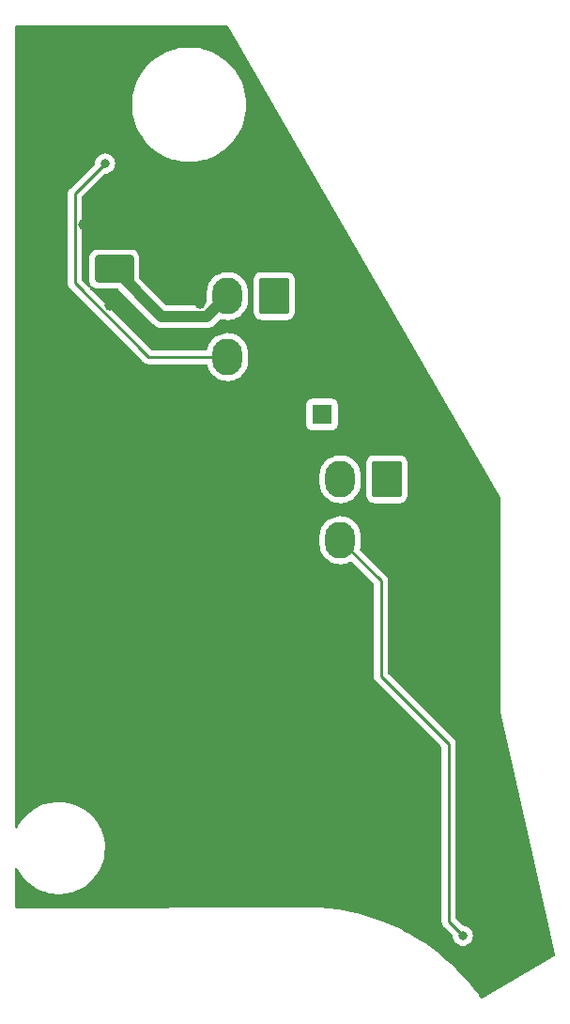
<source format=gbr>
%TF.GenerationSoftware,KiCad,Pcbnew,(6.0.9)*%
%TF.CreationDate,2022-12-26T19:48:23-09:00*%
%TF.ProjectId,PCB_ LDG WING FOLD PLACARD,5043422c-204c-4444-9720-57494e472046,rev?*%
%TF.SameCoordinates,Original*%
%TF.FileFunction,Copper,L2,Bot*%
%TF.FilePolarity,Positive*%
%FSLAX46Y46*%
G04 Gerber Fmt 4.6, Leading zero omitted, Abs format (unit mm)*
G04 Created by KiCad (PCBNEW (6.0.9)) date 2022-12-26 19:48:23*
%MOMM*%
%LPD*%
G01*
G04 APERTURE LIST*
G04 Aperture macros list*
%AMRoundRect*
0 Rectangle with rounded corners*
0 $1 Rounding radius*
0 $2 $3 $4 $5 $6 $7 $8 $9 X,Y pos of 4 corners*
0 Add a 4 corners polygon primitive as box body*
4,1,4,$2,$3,$4,$5,$6,$7,$8,$9,$2,$3,0*
0 Add four circle primitives for the rounded corners*
1,1,$1+$1,$2,$3*
1,1,$1+$1,$4,$5*
1,1,$1+$1,$6,$7*
1,1,$1+$1,$8,$9*
0 Add four rect primitives between the rounded corners*
20,1,$1+$1,$2,$3,$4,$5,0*
20,1,$1+$1,$4,$5,$6,$7,0*
20,1,$1+$1,$6,$7,$8,$9,0*
20,1,$1+$1,$8,$9,$2,$3,0*%
G04 Aperture macros list end*
%TA.AperFunction,ComponentPad*%
%ADD10RoundRect,0.250001X1.099999X1.399999X-1.099999X1.399999X-1.099999X-1.399999X1.099999X-1.399999X0*%
%TD*%
%TA.AperFunction,ComponentPad*%
%ADD11O,2.700000X3.300000*%
%TD*%
%TA.AperFunction,ComponentPad*%
%ADD12R,1.800000X1.800000*%
%TD*%
%TA.AperFunction,ComponentPad*%
%ADD13C,1.800000*%
%TD*%
%TA.AperFunction,SMDPad,CuDef*%
%ADD14RoundRect,0.250000X-1.500000X-1.000000X1.500000X-1.000000X1.500000X1.000000X-1.500000X1.000000X0*%
%TD*%
%TA.AperFunction,ViaPad*%
%ADD15C,1.000000*%
%TD*%
%TA.AperFunction,ViaPad*%
%ADD16C,0.800000*%
%TD*%
%TA.AperFunction,Conductor*%
%ADD17C,1.000000*%
%TD*%
%TA.AperFunction,Conductor*%
%ADD18C,0.250000*%
%TD*%
G04 APERTURE END LIST*
D10*
%TO.P,J2,1,Pin_1*%
%TO.N,/LED+5V*%
X181864000Y-62738000D03*
D11*
%TO.P,J2,2,Pin_2*%
X177664000Y-62738000D03*
%TO.P,J2,3,Pin_3*%
%TO.N,/LEDGND*%
X181864000Y-68238000D03*
%TO.P,J2,4,Pin_4*%
%TO.N,/DATAOUT*%
X177664000Y-68238000D03*
%TD*%
D10*
%TO.P,J1,1,Pin_1*%
%TO.N,/LED+5V*%
X171704000Y-46228000D03*
D11*
%TO.P,J1,2,Pin_2*%
X167504000Y-46228000D03*
%TO.P,J1,3,Pin_3*%
%TO.N,/LEDGND*%
X171704000Y-51728000D03*
%TO.P,J1,4,Pin_4*%
%TO.N,/DATAIN*%
X167504000Y-51728000D03*
%TD*%
D12*
%TO.P,D1,1,K*%
%TO.N,Net-(D1-Pad1)*%
X176022000Y-56896000D03*
D13*
%TO.P,D1,2,A*%
%TO.N,/LEDGND*%
X178562000Y-56896000D03*
%TD*%
D14*
%TO.P,C1,1*%
%TO.N,/LED+5V*%
X157275000Y-43800000D03*
%TO.P,C1,2*%
%TO.N,/LEDGND*%
X163775000Y-43800000D03*
%TD*%
D15*
%TO.N,/LEDGND*%
X157020000Y-53730000D03*
X164280000Y-53830000D03*
X164460000Y-61180000D03*
X157210000Y-61110000D03*
X154545000Y-39775000D03*
X162190000Y-39730000D03*
X170140000Y-60020000D03*
X153870000Y-79060000D03*
X157300000Y-69750000D03*
X161800000Y-78960000D03*
X158800000Y-87980000D03*
X178050000Y-78820000D03*
X186725000Y-77045000D03*
X170110000Y-79060000D03*
X165550000Y-69050000D03*
X164980000Y-46910000D03*
X184050000Y-88200000D03*
X169570000Y-39750000D03*
X173760000Y-68850000D03*
X194070000Y-105350000D03*
X156930000Y-47050000D03*
X178480000Y-98580000D03*
X166760000Y-87900000D03*
X175540000Y-87960000D03*
D16*
%TO.N,/DATAIN*%
X156464000Y-34290000D03*
%TO.N,/DATAOUT*%
X188722000Y-103886000D03*
%TD*%
D17*
%TO.N,/LED+5V*%
X157275000Y-43800000D02*
X161585001Y-48110001D01*
X161585001Y-48110001D02*
X165621999Y-48110001D01*
X165621999Y-48110001D02*
X167504000Y-46228000D01*
D18*
%TO.N,/DATAIN*%
X156464000Y-34290000D02*
X156464000Y-34290000D01*
X160386998Y-51728000D02*
X167504000Y-51728000D01*
X153719999Y-37034001D02*
X153719999Y-45061001D01*
X156464000Y-34290000D02*
X153719999Y-37034001D01*
X153719999Y-45061001D02*
X160386998Y-51728000D01*
%TO.N,/DATAOUT*%
X188722000Y-103886000D02*
X188722000Y-103886000D01*
X187452000Y-86614000D02*
X187452000Y-102616000D01*
X181325000Y-80487000D02*
X187452000Y-86614000D01*
X181325000Y-71899000D02*
X177664000Y-68238000D01*
X187452000Y-102616000D02*
X188722000Y-103886000D01*
X181325000Y-80487000D02*
X181325000Y-71899000D01*
%TD*%
%TA.AperFunction,Conductor*%
%TO.N,/LEDGND*%
G36*
X167551265Y-21893049D02*
G01*
X167592263Y-21936047D01*
X174611545Y-34093794D01*
X192044396Y-64288364D01*
X192089105Y-64365803D01*
X192105986Y-64428803D01*
X192105986Y-83524691D01*
X192104574Y-83537558D01*
X192104893Y-83537582D01*
X192104208Y-83546525D01*
X192102259Y-83555292D01*
X192102849Y-83564251D01*
X192105714Y-83607752D01*
X192105986Y-83616032D01*
X192105986Y-83631051D01*
X192106621Y-83635488D01*
X192106622Y-83635498D01*
X192107641Y-83642613D01*
X192108640Y-83652185D01*
X192109614Y-83666968D01*
X192110679Y-83671723D01*
X192112745Y-83680953D01*
X192114517Y-83690618D01*
X192121406Y-83738725D01*
X192125119Y-83746891D01*
X192126384Y-83751217D01*
X192132674Y-83769972D01*
X195053181Y-96815625D01*
X197014630Y-105577252D01*
X197009992Y-105648097D01*
X196967790Y-105705188D01*
X196955398Y-105713475D01*
X190559027Y-109463071D01*
X190497078Y-109499386D01*
X190428195Y-109516580D01*
X190360951Y-109493804D01*
X190330224Y-109463071D01*
X190186255Y-109257947D01*
X190186252Y-109257943D01*
X190185473Y-109256833D01*
X189669107Y-108584996D01*
X189124133Y-107936149D01*
X188678509Y-107449991D01*
X188552501Y-107312522D01*
X188552494Y-107312515D01*
X188551574Y-107311511D01*
X188550628Y-107310564D01*
X188550612Y-107310548D01*
X188147335Y-106907146D01*
X187952502Y-106712252D01*
X187951508Y-106711340D01*
X187951491Y-106711324D01*
X187329055Y-106140426D01*
X187329052Y-106140423D01*
X187328042Y-106139497D01*
X186679366Y-105594321D01*
X186007691Y-105077746D01*
X186006572Y-105076960D01*
X186006561Y-105076952D01*
X185315405Y-104591534D01*
X185314276Y-104590741D01*
X185025388Y-104405992D01*
X184601552Y-104134942D01*
X184601531Y-104134929D01*
X184600422Y-104134220D01*
X184183842Y-103892565D01*
X183868634Y-103709715D01*
X183868626Y-103709711D01*
X183867470Y-103709040D01*
X183507812Y-103520729D01*
X183118020Y-103316640D01*
X183118004Y-103316632D01*
X183116793Y-103315998D01*
X182349800Y-102955831D01*
X182313328Y-102940595D01*
X182125142Y-102861983D01*
X181567931Y-102629215D01*
X181566688Y-102628758D01*
X181566673Y-102628752D01*
X180773906Y-102337225D01*
X180773886Y-102337218D01*
X180772651Y-102336764D01*
X179965453Y-102079025D01*
X179964143Y-102078668D01*
X179964128Y-102078664D01*
X179487899Y-101949040D01*
X179147851Y-101856482D01*
X179134192Y-101853393D01*
X178322716Y-101669855D01*
X178322699Y-101669851D01*
X178321379Y-101669553D01*
X178320026Y-101669308D01*
X178320021Y-101669307D01*
X177996461Y-101610724D01*
X177487588Y-101518588D01*
X176648042Y-101403870D01*
X176646724Y-101403748D01*
X176646700Y-101403745D01*
X175826619Y-101327684D01*
X175820559Y-101326914D01*
X175816871Y-101326021D01*
X175812030Y-101325618D01*
X175812029Y-101325618D01*
X175811339Y-101325561D01*
X175804361Y-101324980D01*
X175799510Y-101325327D01*
X175799506Y-101325327D01*
X175753019Y-101328653D01*
X175744318Y-101328974D01*
X148462790Y-101391794D01*
X148394624Y-101371949D01*
X148348007Y-101318400D01*
X148336500Y-101265794D01*
X148336500Y-97884924D01*
X148356502Y-97816803D01*
X148410158Y-97770310D01*
X148480432Y-97760206D01*
X148545012Y-97789700D01*
X148576880Y-97832073D01*
X148608032Y-97899493D01*
X148608037Y-97899503D01*
X148609325Y-97902290D01*
X148814770Y-98252463D01*
X149053405Y-98580916D01*
X149322953Y-98884516D01*
X149325198Y-98886595D01*
X149325205Y-98886602D01*
X149618588Y-99158277D01*
X149620841Y-99160363D01*
X149944225Y-99405824D01*
X149946847Y-99407437D01*
X150287392Y-99616943D01*
X150287400Y-99616947D01*
X150290018Y-99618558D01*
X150654920Y-99796532D01*
X151035448Y-99938050D01*
X151427970Y-100041758D01*
X151828738Y-100106669D01*
X151831811Y-100106862D01*
X151831817Y-100106863D01*
X151977055Y-100116000D01*
X152160812Y-100127561D01*
X152394280Y-100127561D01*
X152395806Y-100127486D01*
X152395821Y-100127486D01*
X152561011Y-100119406D01*
X152697454Y-100112733D01*
X153099090Y-100053425D01*
X153102086Y-100052678D01*
X153102091Y-100052677D01*
X153228470Y-100021167D01*
X153493021Y-99955207D01*
X153495929Y-99954171D01*
X153495934Y-99954170D01*
X153679222Y-99888904D01*
X153875488Y-99819017D01*
X154242839Y-99646154D01*
X154245480Y-99644580D01*
X154245485Y-99644577D01*
X154422336Y-99539152D01*
X154591569Y-99438269D01*
X154918349Y-99197347D01*
X154920632Y-99195291D01*
X154920641Y-99195284D01*
X155217762Y-98927755D01*
X155217770Y-98927747D01*
X155220059Y-98925686D01*
X155493820Y-98625880D01*
X155737018Y-98300790D01*
X155767894Y-98249807D01*
X155945741Y-97956148D01*
X155945746Y-97956139D01*
X155947332Y-97953520D01*
X156122755Y-97587384D01*
X156142280Y-97533741D01*
X156260557Y-97208776D01*
X156260558Y-97208773D01*
X156261612Y-97205877D01*
X156362578Y-96812641D01*
X156424689Y-96411430D01*
X156447352Y-96006072D01*
X156430351Y-95600437D01*
X156373848Y-95198397D01*
X156278382Y-94803790D01*
X156144865Y-94420381D01*
X156112066Y-94349399D01*
X155975864Y-94054629D01*
X155975859Y-94054619D01*
X155974571Y-94051832D01*
X155769126Y-93701659D01*
X155530491Y-93373206D01*
X155260943Y-93069606D01*
X155258698Y-93067527D01*
X155258691Y-93067520D01*
X154965308Y-92795845D01*
X154965305Y-92795842D01*
X154963055Y-92793759D01*
X154639671Y-92548298D01*
X154584364Y-92514273D01*
X154296504Y-92337179D01*
X154296496Y-92337175D01*
X154293878Y-92335564D01*
X153928976Y-92157590D01*
X153548448Y-92016072D01*
X153155926Y-91912364D01*
X152755158Y-91847453D01*
X152752085Y-91847260D01*
X152752079Y-91847259D01*
X152606841Y-91838122D01*
X152423084Y-91826561D01*
X152189616Y-91826561D01*
X152188090Y-91826636D01*
X152188075Y-91826636D01*
X152022885Y-91834716D01*
X151886442Y-91841389D01*
X151484806Y-91900697D01*
X151481810Y-91901444D01*
X151481805Y-91901445D01*
X151355426Y-91932955D01*
X151090875Y-91998915D01*
X151087967Y-91999951D01*
X151087962Y-91999952D01*
X150904674Y-92065218D01*
X150708408Y-92135105D01*
X150341057Y-92307968D01*
X150338416Y-92309542D01*
X150338411Y-92309545D01*
X150294764Y-92335564D01*
X149992327Y-92515853D01*
X149665547Y-92756775D01*
X149663264Y-92758831D01*
X149663255Y-92758838D01*
X149366134Y-93026367D01*
X149366126Y-93026375D01*
X149363837Y-93028436D01*
X149090076Y-93328242D01*
X148846878Y-93653332D01*
X148845281Y-93655969D01*
X148638155Y-93997974D01*
X148638150Y-93997983D01*
X148636564Y-94000602D01*
X148635238Y-94003370D01*
X148576131Y-94126735D01*
X148528658Y-94179526D01*
X148460181Y-94198271D01*
X148392440Y-94177018D01*
X148346942Y-94122516D01*
X148336500Y-94072292D01*
X148336500Y-68606512D01*
X175805500Y-68606512D01*
X175820047Y-68807004D01*
X175821031Y-68811459D01*
X175821031Y-68811462D01*
X175859196Y-68984322D01*
X175878194Y-69070372D01*
X175973750Y-69322588D01*
X176104714Y-69558368D01*
X176268343Y-69772773D01*
X176461208Y-69961312D01*
X176679270Y-70120034D01*
X176733273Y-70148446D01*
X176913921Y-70243490D01*
X176913927Y-70243493D01*
X176917961Y-70245615D01*
X176922266Y-70247135D01*
X176922270Y-70247137D01*
X177167967Y-70333902D01*
X177172280Y-70335425D01*
X177300032Y-70360605D01*
X177432428Y-70386700D01*
X177432434Y-70386701D01*
X177436900Y-70387581D01*
X177441453Y-70387808D01*
X177441456Y-70387808D01*
X177701708Y-70400764D01*
X177701714Y-70400764D01*
X177706277Y-70400991D01*
X177974769Y-70375375D01*
X177979203Y-70374290D01*
X177979209Y-70374289D01*
X178232312Y-70312355D01*
X178236750Y-70311269D01*
X178486733Y-70210015D01*
X178562580Y-70165605D01*
X178631471Y-70148446D01*
X178698704Y-70171257D01*
X178715339Y-70185243D01*
X180654595Y-72124500D01*
X180688621Y-72186812D01*
X180691500Y-72213595D01*
X180691500Y-80408233D01*
X180690973Y-80419416D01*
X180689298Y-80426909D01*
X180689547Y-80434835D01*
X180689547Y-80434836D01*
X180691438Y-80494986D01*
X180691500Y-80498945D01*
X180691500Y-80526856D01*
X180691997Y-80530790D01*
X180691997Y-80530791D01*
X180692005Y-80530856D01*
X180692938Y-80542693D01*
X180694327Y-80586889D01*
X180699978Y-80606339D01*
X180703987Y-80625700D01*
X180706526Y-80645797D01*
X180709445Y-80653168D01*
X180709445Y-80653170D01*
X180722804Y-80686912D01*
X180726649Y-80698142D01*
X180738982Y-80740593D01*
X180743015Y-80747412D01*
X180743017Y-80747417D01*
X180749293Y-80758028D01*
X180757988Y-80775776D01*
X180765448Y-80794617D01*
X180770110Y-80801033D01*
X180770110Y-80801034D01*
X180791436Y-80830387D01*
X180797952Y-80840307D01*
X180820458Y-80878362D01*
X180834779Y-80892683D01*
X180847619Y-80907716D01*
X180859528Y-80924107D01*
X180865634Y-80929158D01*
X180893605Y-80952298D01*
X180902384Y-80960288D01*
X186781595Y-86839499D01*
X186815621Y-86901811D01*
X186818500Y-86928594D01*
X186818500Y-102537233D01*
X186817973Y-102548416D01*
X186816298Y-102555909D01*
X186816547Y-102563835D01*
X186816547Y-102563836D01*
X186818438Y-102623986D01*
X186818500Y-102627945D01*
X186818500Y-102655856D01*
X186818997Y-102659790D01*
X186818997Y-102659791D01*
X186819005Y-102659856D01*
X186819938Y-102671693D01*
X186821327Y-102715889D01*
X186826978Y-102735339D01*
X186830987Y-102754700D01*
X186833526Y-102774797D01*
X186836445Y-102782168D01*
X186836445Y-102782170D01*
X186849804Y-102815912D01*
X186853649Y-102827142D01*
X186865982Y-102869593D01*
X186870015Y-102876412D01*
X186870017Y-102876417D01*
X186876293Y-102887028D01*
X186884988Y-102904776D01*
X186892448Y-102923617D01*
X186897110Y-102930033D01*
X186897110Y-102930034D01*
X186918436Y-102959387D01*
X186924952Y-102969307D01*
X186947458Y-103007362D01*
X186961779Y-103021683D01*
X186974619Y-103036716D01*
X186986528Y-103053107D01*
X187020605Y-103081298D01*
X187029384Y-103089288D01*
X187774878Y-103834782D01*
X187808904Y-103897094D01*
X187811092Y-103910703D01*
X187828458Y-104075928D01*
X187887473Y-104257556D01*
X187982960Y-104422944D01*
X188110747Y-104564866D01*
X188265248Y-104677118D01*
X188271276Y-104679802D01*
X188271278Y-104679803D01*
X188433681Y-104752109D01*
X188439712Y-104754794D01*
X188533112Y-104774647D01*
X188620056Y-104793128D01*
X188620061Y-104793128D01*
X188626513Y-104794500D01*
X188817487Y-104794500D01*
X188823939Y-104793128D01*
X188823944Y-104793128D01*
X188910888Y-104774647D01*
X189004288Y-104754794D01*
X189010319Y-104752109D01*
X189172722Y-104679803D01*
X189172724Y-104679802D01*
X189178752Y-104677118D01*
X189333253Y-104564866D01*
X189461040Y-104422944D01*
X189556527Y-104257556D01*
X189615542Y-104075928D01*
X189635504Y-103886000D01*
X189615542Y-103696072D01*
X189556527Y-103514444D01*
X189461040Y-103349056D01*
X189431275Y-103315998D01*
X189337675Y-103212045D01*
X189337674Y-103212044D01*
X189333253Y-103207134D01*
X189178752Y-103094882D01*
X189172724Y-103092198D01*
X189172722Y-103092197D01*
X189010319Y-103019891D01*
X189010318Y-103019891D01*
X189004288Y-103017206D01*
X188910887Y-102997353D01*
X188823944Y-102978872D01*
X188823939Y-102978872D01*
X188817487Y-102977500D01*
X188761595Y-102977500D01*
X188693474Y-102957498D01*
X188672500Y-102940595D01*
X188122405Y-102390500D01*
X188088379Y-102328188D01*
X188085500Y-102301405D01*
X188085500Y-86692763D01*
X188086027Y-86681579D01*
X188087701Y-86674091D01*
X188085562Y-86606032D01*
X188085500Y-86602075D01*
X188085500Y-86574144D01*
X188084994Y-86570138D01*
X188084061Y-86558292D01*
X188082922Y-86522037D01*
X188082673Y-86514110D01*
X188077022Y-86494658D01*
X188073014Y-86475306D01*
X188071468Y-86463068D01*
X188071467Y-86463066D01*
X188070474Y-86455203D01*
X188054194Y-86414086D01*
X188050359Y-86402885D01*
X188038018Y-86360406D01*
X188033985Y-86353587D01*
X188033983Y-86353582D01*
X188027707Y-86342971D01*
X188019010Y-86325221D01*
X188011552Y-86306383D01*
X187985571Y-86270623D01*
X187979053Y-86260701D01*
X187960578Y-86229460D01*
X187960574Y-86229455D01*
X187956542Y-86222637D01*
X187942218Y-86208313D01*
X187929376Y-86193278D01*
X187917472Y-86176893D01*
X187883406Y-86148711D01*
X187874627Y-86140722D01*
X181995405Y-80261500D01*
X181961379Y-80199188D01*
X181958500Y-80172405D01*
X181958500Y-71977767D01*
X181959027Y-71966584D01*
X181960702Y-71959091D01*
X181958562Y-71891000D01*
X181958500Y-71887043D01*
X181958500Y-71859144D01*
X181957996Y-71855153D01*
X181957063Y-71843311D01*
X181955923Y-71807036D01*
X181955674Y-71799111D01*
X181953462Y-71791497D01*
X181953461Y-71791492D01*
X181950023Y-71779659D01*
X181946012Y-71760295D01*
X181944467Y-71748064D01*
X181943474Y-71740203D01*
X181940557Y-71732836D01*
X181940556Y-71732831D01*
X181927198Y-71699092D01*
X181923354Y-71687865D01*
X181913230Y-71653022D01*
X181911018Y-71645407D01*
X181900707Y-71627972D01*
X181892012Y-71610224D01*
X181884552Y-71591383D01*
X181858564Y-71555613D01*
X181852048Y-71545693D01*
X181833580Y-71514465D01*
X181833578Y-71514462D01*
X181829542Y-71507638D01*
X181815221Y-71493317D01*
X181802380Y-71478283D01*
X181795131Y-71468306D01*
X181790472Y-71461893D01*
X181756395Y-71433702D01*
X181747616Y-71425712D01*
X179487030Y-69165125D01*
X179453004Y-69102813D01*
X179456394Y-69036780D01*
X179459317Y-69027863D01*
X179472118Y-68988814D01*
X179472898Y-68984322D01*
X179517601Y-68726860D01*
X179517602Y-68726852D01*
X179518257Y-68723079D01*
X179522500Y-68637851D01*
X179522500Y-67869488D01*
X179507953Y-67668996D01*
X179506969Y-67664538D01*
X179450791Y-67410088D01*
X179450790Y-67410084D01*
X179449806Y-67405628D01*
X179402028Y-67279520D01*
X179355868Y-67157682D01*
X179355867Y-67157679D01*
X179354250Y-67153412D01*
X179223286Y-66917632D01*
X179141472Y-66810430D01*
X179062429Y-66706859D01*
X179062428Y-66706858D01*
X179059657Y-66703227D01*
X178866792Y-66514688D01*
X178648730Y-66355966D01*
X178548969Y-66303479D01*
X178414079Y-66232510D01*
X178414073Y-66232507D01*
X178410039Y-66230385D01*
X178405734Y-66228865D01*
X178405730Y-66228863D01*
X178160033Y-66142098D01*
X178160032Y-66142098D01*
X178155720Y-66140575D01*
X178027968Y-66115395D01*
X177895572Y-66089300D01*
X177895566Y-66089299D01*
X177891100Y-66088419D01*
X177886547Y-66088192D01*
X177886544Y-66088192D01*
X177626292Y-66075236D01*
X177626286Y-66075236D01*
X177621723Y-66075009D01*
X177353231Y-66100625D01*
X177348797Y-66101710D01*
X177348791Y-66101711D01*
X177095688Y-66163645D01*
X177091250Y-66164731D01*
X176841267Y-66265985D01*
X176608518Y-66402265D01*
X176397881Y-66570716D01*
X176213766Y-66767809D01*
X176060032Y-66989416D01*
X175939899Y-67230894D01*
X175855882Y-67487186D01*
X175855102Y-67491677D01*
X175855102Y-67491678D01*
X175823525Y-67673547D01*
X175809743Y-67752921D01*
X175805500Y-67838149D01*
X175805500Y-68606512D01*
X148336500Y-68606512D01*
X148336500Y-63106512D01*
X175805500Y-63106512D01*
X175820047Y-63307004D01*
X175821031Y-63311459D01*
X175821031Y-63311462D01*
X175859196Y-63484322D01*
X175878194Y-63570372D01*
X175879812Y-63574642D01*
X175945944Y-63749194D01*
X175973750Y-63822588D01*
X175975967Y-63826579D01*
X176086874Y-64026249D01*
X176104714Y-64058368D01*
X176169476Y-64143227D01*
X176221608Y-64211535D01*
X176268343Y-64272773D01*
X176271609Y-64275966D01*
X176271611Y-64275968D01*
X176363508Y-64365803D01*
X176461208Y-64461312D01*
X176679270Y-64620034D01*
X176779031Y-64672521D01*
X176913921Y-64743490D01*
X176913927Y-64743493D01*
X176917961Y-64745615D01*
X176922266Y-64747135D01*
X176922270Y-64747137D01*
X177155643Y-64829550D01*
X177172280Y-64835425D01*
X177300032Y-64860605D01*
X177432428Y-64886700D01*
X177432434Y-64886701D01*
X177436900Y-64887581D01*
X177441453Y-64887808D01*
X177441456Y-64887808D01*
X177701708Y-64900764D01*
X177701714Y-64900764D01*
X177706277Y-64900991D01*
X177974769Y-64875375D01*
X177979203Y-64874290D01*
X177979209Y-64874289D01*
X178232312Y-64812355D01*
X178236750Y-64811269D01*
X178486733Y-64710015D01*
X178719482Y-64573735D01*
X178930119Y-64405284D01*
X179114234Y-64208191D01*
X179127963Y-64188400D01*
X180005500Y-64188400D01*
X180005837Y-64191646D01*
X180005837Y-64191650D01*
X180013878Y-64269141D01*
X180016474Y-64294165D01*
X180072450Y-64461945D01*
X180165522Y-64612348D01*
X180290697Y-64737305D01*
X180296927Y-64741145D01*
X180296928Y-64741146D01*
X180434090Y-64825694D01*
X180441262Y-64830115D01*
X180521005Y-64856564D01*
X180602611Y-64883632D01*
X180602613Y-64883632D01*
X180609139Y-64885797D01*
X180615975Y-64886497D01*
X180615978Y-64886498D01*
X180659031Y-64890909D01*
X180713600Y-64896500D01*
X183014400Y-64896500D01*
X183017646Y-64896163D01*
X183017650Y-64896163D01*
X183113307Y-64886238D01*
X183113311Y-64886237D01*
X183120165Y-64885526D01*
X183126701Y-64883345D01*
X183126703Y-64883345D01*
X183267689Y-64836308D01*
X183287945Y-64829550D01*
X183438348Y-64736478D01*
X183563305Y-64611303D01*
X183567146Y-64605072D01*
X183652275Y-64466968D01*
X183652276Y-64466966D01*
X183656115Y-64460738D01*
X183711797Y-64292861D01*
X183714228Y-64269141D01*
X183719029Y-64222278D01*
X183722500Y-64188400D01*
X183722500Y-61287600D01*
X183720100Y-61264465D01*
X183712238Y-61188693D01*
X183712237Y-61188689D01*
X183711526Y-61181835D01*
X183655550Y-61014055D01*
X183562478Y-60863652D01*
X183437303Y-60738695D01*
X183421353Y-60728863D01*
X183292968Y-60649725D01*
X183292966Y-60649724D01*
X183286738Y-60645885D01*
X183150283Y-60600625D01*
X183125389Y-60592368D01*
X183125387Y-60592368D01*
X183118861Y-60590203D01*
X183112025Y-60589503D01*
X183112022Y-60589502D01*
X183068969Y-60585091D01*
X183014400Y-60579500D01*
X180713600Y-60579500D01*
X180710354Y-60579837D01*
X180710350Y-60579837D01*
X180614693Y-60589762D01*
X180614689Y-60589763D01*
X180607835Y-60590474D01*
X180601299Y-60592655D01*
X180601297Y-60592655D01*
X180469195Y-60636728D01*
X180440055Y-60646450D01*
X180289652Y-60739522D01*
X180164695Y-60864697D01*
X180160855Y-60870927D01*
X180160854Y-60870928D01*
X180141538Y-60902265D01*
X180071885Y-61015262D01*
X180016203Y-61183139D01*
X180015503Y-61189975D01*
X180015502Y-61189978D01*
X180011091Y-61233031D01*
X180005500Y-61287600D01*
X180005500Y-64188400D01*
X179127963Y-64188400D01*
X179267968Y-63986584D01*
X179388101Y-63745106D01*
X179472118Y-63488814D01*
X179472898Y-63484322D01*
X179517601Y-63226860D01*
X179517602Y-63226852D01*
X179518257Y-63223079D01*
X179522500Y-63137851D01*
X179522500Y-62369488D01*
X179507953Y-62168996D01*
X179506969Y-62164538D01*
X179450791Y-61910088D01*
X179450790Y-61910084D01*
X179449806Y-61905628D01*
X179402028Y-61779520D01*
X179355868Y-61657682D01*
X179355867Y-61657679D01*
X179354250Y-61653412D01*
X179223286Y-61417632D01*
X179121568Y-61284350D01*
X179062429Y-61206859D01*
X179062428Y-61206858D01*
X179059657Y-61203227D01*
X179032431Y-61176611D01*
X178927523Y-61074057D01*
X178866792Y-61014688D01*
X178648730Y-60855966D01*
X178548969Y-60803479D01*
X178414079Y-60732510D01*
X178414073Y-60732507D01*
X178410039Y-60730385D01*
X178405734Y-60728865D01*
X178405730Y-60728863D01*
X178160033Y-60642098D01*
X178160032Y-60642098D01*
X178155720Y-60640575D01*
X178027968Y-60615395D01*
X177895572Y-60589300D01*
X177895566Y-60589299D01*
X177891100Y-60588419D01*
X177886547Y-60588192D01*
X177886544Y-60588192D01*
X177626292Y-60575236D01*
X177626286Y-60575236D01*
X177621723Y-60575009D01*
X177353231Y-60600625D01*
X177348797Y-60601710D01*
X177348791Y-60601711D01*
X177150200Y-60650306D01*
X177091250Y-60664731D01*
X176841267Y-60765985D01*
X176608518Y-60902265D01*
X176397881Y-61070716D01*
X176213766Y-61267809D01*
X176060032Y-61489416D01*
X175939899Y-61730894D01*
X175855882Y-61987186D01*
X175855102Y-61991677D01*
X175855102Y-61991678D01*
X175823525Y-62173547D01*
X175809743Y-62252921D01*
X175805500Y-62338149D01*
X175805500Y-63106512D01*
X148336500Y-63106512D01*
X148336500Y-57844134D01*
X174613500Y-57844134D01*
X174620255Y-57906316D01*
X174671385Y-58042705D01*
X174758739Y-58159261D01*
X174875295Y-58246615D01*
X175011684Y-58297745D01*
X175073866Y-58304500D01*
X176970134Y-58304500D01*
X177032316Y-58297745D01*
X177168705Y-58246615D01*
X177285261Y-58159261D01*
X177372615Y-58042705D01*
X177423745Y-57906316D01*
X177430500Y-57844134D01*
X177430500Y-55947866D01*
X177423745Y-55885684D01*
X177372615Y-55749295D01*
X177285261Y-55632739D01*
X177168705Y-55545385D01*
X177032316Y-55494255D01*
X176970134Y-55487500D01*
X175073866Y-55487500D01*
X175011684Y-55494255D01*
X174875295Y-55545385D01*
X174758739Y-55632739D01*
X174671385Y-55749295D01*
X174620255Y-55885684D01*
X174613500Y-55947866D01*
X174613500Y-57844134D01*
X148336500Y-57844134D01*
X148336500Y-37013944D01*
X153081779Y-37013944D01*
X153082525Y-37021836D01*
X153085940Y-37057962D01*
X153086499Y-37069820D01*
X153086499Y-44982234D01*
X153085972Y-44993417D01*
X153084297Y-45000910D01*
X153084546Y-45008836D01*
X153084546Y-45008837D01*
X153086437Y-45068987D01*
X153086499Y-45072946D01*
X153086499Y-45100857D01*
X153086996Y-45104791D01*
X153086996Y-45104792D01*
X153087004Y-45104857D01*
X153087937Y-45116694D01*
X153089326Y-45160890D01*
X153094977Y-45180340D01*
X153098986Y-45199701D01*
X153101525Y-45219798D01*
X153104444Y-45227169D01*
X153104444Y-45227171D01*
X153117803Y-45260913D01*
X153121648Y-45272143D01*
X153133981Y-45314594D01*
X153138014Y-45321413D01*
X153138016Y-45321418D01*
X153144292Y-45332029D01*
X153152987Y-45349777D01*
X153160447Y-45368618D01*
X153165109Y-45375034D01*
X153165109Y-45375035D01*
X153186435Y-45404388D01*
X153192951Y-45414308D01*
X153215457Y-45452363D01*
X153229778Y-45466684D01*
X153242618Y-45481717D01*
X153254527Y-45498108D01*
X153260633Y-45503159D01*
X153288604Y-45526299D01*
X153297383Y-45534289D01*
X159883341Y-52120247D01*
X159890885Y-52128537D01*
X159894998Y-52135018D01*
X159900775Y-52140443D01*
X159944665Y-52181658D01*
X159947507Y-52184413D01*
X159967228Y-52204134D01*
X159970423Y-52206612D01*
X159979445Y-52214318D01*
X160011677Y-52244586D01*
X160018626Y-52248406D01*
X160029430Y-52254346D01*
X160045954Y-52265199D01*
X160061957Y-52277613D01*
X160102541Y-52295176D01*
X160113171Y-52300383D01*
X160151938Y-52321695D01*
X160159615Y-52323666D01*
X160159620Y-52323668D01*
X160171556Y-52326732D01*
X160190264Y-52333137D01*
X160208853Y-52341181D01*
X160216678Y-52342420D01*
X160216680Y-52342421D01*
X160252517Y-52348097D01*
X160264138Y-52350504D01*
X160299287Y-52359528D01*
X160306968Y-52361500D01*
X160327229Y-52361500D01*
X160346938Y-52363051D01*
X160366941Y-52366219D01*
X160374833Y-52365473D01*
X160380060Y-52364979D01*
X160410952Y-52362059D01*
X160422809Y-52361500D01*
X165573071Y-52361500D01*
X165641192Y-52381502D01*
X165687685Y-52435158D01*
X165696108Y-52460336D01*
X165718194Y-52560372D01*
X165719812Y-52564642D01*
X165785944Y-52739194D01*
X165813750Y-52812588D01*
X165944714Y-53048368D01*
X165947486Y-53052000D01*
X166061608Y-53201535D01*
X166108343Y-53262773D01*
X166301208Y-53451312D01*
X166519270Y-53610034D01*
X166619031Y-53662521D01*
X166753921Y-53733490D01*
X166753927Y-53733493D01*
X166757961Y-53735615D01*
X166762266Y-53737135D01*
X166762270Y-53737137D01*
X167007967Y-53823902D01*
X167012280Y-53825425D01*
X167140032Y-53850605D01*
X167272428Y-53876700D01*
X167272434Y-53876701D01*
X167276900Y-53877581D01*
X167281453Y-53877808D01*
X167281456Y-53877808D01*
X167541708Y-53890764D01*
X167541714Y-53890764D01*
X167546277Y-53890991D01*
X167814769Y-53865375D01*
X167819203Y-53864290D01*
X167819209Y-53864289D01*
X168072312Y-53802355D01*
X168076750Y-53801269D01*
X168326733Y-53700015D01*
X168559482Y-53563735D01*
X168770119Y-53395284D01*
X168954234Y-53198191D01*
X169107968Y-52976584D01*
X169228101Y-52735106D01*
X169312118Y-52478814D01*
X169332487Y-52361500D01*
X169357601Y-52216860D01*
X169357602Y-52216852D01*
X169358257Y-52213079D01*
X169362500Y-52127851D01*
X169362500Y-51359488D01*
X169347953Y-51158996D01*
X169346969Y-51154538D01*
X169290791Y-50900088D01*
X169290790Y-50900084D01*
X169289806Y-50895628D01*
X169242028Y-50769520D01*
X169195868Y-50647682D01*
X169195867Y-50647679D01*
X169194250Y-50643412D01*
X169063286Y-50407632D01*
X168981472Y-50300430D01*
X168902429Y-50196859D01*
X168902428Y-50196858D01*
X168899657Y-50193227D01*
X168706792Y-50004688D01*
X168488730Y-49845966D01*
X168388969Y-49793479D01*
X168254079Y-49722510D01*
X168254073Y-49722507D01*
X168250039Y-49720385D01*
X168245734Y-49718865D01*
X168245730Y-49718863D01*
X168000033Y-49632098D01*
X168000032Y-49632098D01*
X167995720Y-49630575D01*
X167867968Y-49605395D01*
X167735572Y-49579300D01*
X167735566Y-49579299D01*
X167731100Y-49578419D01*
X167726547Y-49578192D01*
X167726544Y-49578192D01*
X167466292Y-49565236D01*
X167466286Y-49565236D01*
X167461723Y-49565009D01*
X167193231Y-49590625D01*
X167188797Y-49591710D01*
X167188791Y-49591711D01*
X166935688Y-49653645D01*
X166931250Y-49654731D01*
X166681267Y-49755985D01*
X166448518Y-49892265D01*
X166237881Y-50060716D01*
X166053766Y-50257809D01*
X165900032Y-50479416D01*
X165779899Y-50720894D01*
X165695882Y-50977186D01*
X165695103Y-50981674D01*
X165695100Y-50981685D01*
X165693648Y-50990051D01*
X165662290Y-51053747D01*
X165601473Y-51090377D01*
X165569505Y-51094500D01*
X160701593Y-51094500D01*
X160633472Y-51074498D01*
X160612498Y-51057595D01*
X155157115Y-45602212D01*
X155123089Y-45539900D01*
X155128154Y-45469085D01*
X155170701Y-45412249D01*
X155237221Y-45387438D01*
X155312326Y-45405857D01*
X155428043Y-45477186D01*
X155452262Y-45492115D01*
X155485559Y-45503159D01*
X155613611Y-45545632D01*
X155613613Y-45545632D01*
X155620139Y-45547797D01*
X155626975Y-45548497D01*
X155626978Y-45548498D01*
X155670031Y-45552909D01*
X155724600Y-45558500D01*
X157555075Y-45558500D01*
X157623196Y-45578502D01*
X157644170Y-45595405D01*
X160828146Y-48779380D01*
X160837248Y-48789523D01*
X160860969Y-48819026D01*
X160872934Y-48829066D01*
X160899422Y-48851292D01*
X160903070Y-48854473D01*
X160904882Y-48856116D01*
X160907076Y-48858310D01*
X160940350Y-48885643D01*
X160941148Y-48886305D01*
X161012475Y-48946155D01*
X161017145Y-48948723D01*
X161021262Y-48952104D01*
X161041080Y-48962730D01*
X161103087Y-48995978D01*
X161104246Y-48996607D01*
X161180382Y-49038463D01*
X161180390Y-49038466D01*
X161185788Y-49041434D01*
X161190870Y-49043046D01*
X161195564Y-49045563D01*
X161268772Y-49067946D01*
X161284478Y-49072748D01*
X161285736Y-49073140D01*
X161374307Y-49101236D01*
X161379598Y-49101830D01*
X161384699Y-49103389D01*
X161477264Y-49112791D01*
X161478451Y-49112917D01*
X161507839Y-49116214D01*
X161524731Y-49118109D01*
X161524736Y-49118109D01*
X161528228Y-49118501D01*
X161531753Y-49118501D01*
X161532738Y-49118556D01*
X161538433Y-49119004D01*
X161550343Y-49120214D01*
X161575335Y-49122753D01*
X161575340Y-49122753D01*
X161581463Y-49123375D01*
X161627109Y-49119060D01*
X161638968Y-49118501D01*
X165560156Y-49118501D01*
X165573763Y-49119238D01*
X165605261Y-49122660D01*
X165605266Y-49122660D01*
X165611387Y-49123325D01*
X165637637Y-49121028D01*
X165661387Y-49118951D01*
X165666213Y-49118622D01*
X165668685Y-49118501D01*
X165671768Y-49118501D01*
X165683737Y-49117327D01*
X165714505Y-49114311D01*
X165715818Y-49114189D01*
X165760083Y-49110316D01*
X165808412Y-49106088D01*
X165813531Y-49104601D01*
X165818832Y-49104081D01*
X165907833Y-49077210D01*
X165908966Y-49076875D01*
X165992413Y-49052631D01*
X165992417Y-49052629D01*
X165998335Y-49050910D01*
X166003067Y-49048457D01*
X166008168Y-49046917D01*
X166015166Y-49043196D01*
X166090259Y-49003270D01*
X166091425Y-49002658D01*
X166168452Y-48962730D01*
X166173925Y-48959893D01*
X166178088Y-48956570D01*
X166182795Y-48954067D01*
X166254917Y-48895246D01*
X166255773Y-48894555D01*
X166294972Y-48863263D01*
X166297476Y-48860759D01*
X166298194Y-48860117D01*
X166302527Y-48856416D01*
X166336061Y-48829066D01*
X166365290Y-48793734D01*
X166373271Y-48784964D01*
X166823486Y-48334748D01*
X166885799Y-48300723D01*
X166954538Y-48305034D01*
X167002208Y-48321868D01*
X167012280Y-48325425D01*
X167140032Y-48350605D01*
X167272428Y-48376700D01*
X167272434Y-48376701D01*
X167276900Y-48377581D01*
X167281453Y-48377808D01*
X167281456Y-48377808D01*
X167541708Y-48390764D01*
X167541714Y-48390764D01*
X167546277Y-48390991D01*
X167814769Y-48365375D01*
X167819203Y-48364290D01*
X167819209Y-48364289D01*
X168072312Y-48302355D01*
X168076750Y-48301269D01*
X168326733Y-48200015D01*
X168559482Y-48063735D01*
X168770119Y-47895284D01*
X168954234Y-47698191D01*
X168967963Y-47678400D01*
X169845500Y-47678400D01*
X169856474Y-47784165D01*
X169912450Y-47951945D01*
X170005522Y-48102348D01*
X170130697Y-48227305D01*
X170136927Y-48231145D01*
X170136928Y-48231146D01*
X170274090Y-48315694D01*
X170281262Y-48320115D01*
X170361005Y-48346564D01*
X170442611Y-48373632D01*
X170442613Y-48373632D01*
X170449139Y-48375797D01*
X170455975Y-48376497D01*
X170455978Y-48376498D01*
X170499031Y-48380909D01*
X170553600Y-48386500D01*
X172854400Y-48386500D01*
X172857646Y-48386163D01*
X172857650Y-48386163D01*
X172953307Y-48376238D01*
X172953311Y-48376237D01*
X172960165Y-48375526D01*
X172966701Y-48373345D01*
X172966703Y-48373345D01*
X173107689Y-48326308D01*
X173127945Y-48319550D01*
X173278348Y-48226478D01*
X173403305Y-48101303D01*
X173407146Y-48095072D01*
X173492275Y-47956968D01*
X173492276Y-47956966D01*
X173496115Y-47950738D01*
X173551797Y-47782861D01*
X173562500Y-47678400D01*
X173562500Y-44777600D01*
X173562163Y-44774350D01*
X173552238Y-44678693D01*
X173552237Y-44678689D01*
X173551526Y-44671835D01*
X173495550Y-44504055D01*
X173402478Y-44353652D01*
X173277303Y-44228695D01*
X173261353Y-44218863D01*
X173132968Y-44139725D01*
X173132966Y-44139724D01*
X173126738Y-44135885D01*
X172990283Y-44090625D01*
X172965389Y-44082368D01*
X172965387Y-44082368D01*
X172958861Y-44080203D01*
X172952025Y-44079503D01*
X172952022Y-44079502D01*
X172908969Y-44075091D01*
X172854400Y-44069500D01*
X170553600Y-44069500D01*
X170550354Y-44069837D01*
X170550350Y-44069837D01*
X170454693Y-44079762D01*
X170454689Y-44079763D01*
X170447835Y-44080474D01*
X170441299Y-44082655D01*
X170441297Y-44082655D01*
X170309195Y-44126728D01*
X170280055Y-44136450D01*
X170129652Y-44229522D01*
X170004695Y-44354697D01*
X170000855Y-44360927D01*
X170000854Y-44360928D01*
X169981538Y-44392265D01*
X169911885Y-44505262D01*
X169856203Y-44673139D01*
X169855503Y-44679975D01*
X169855502Y-44679978D01*
X169851091Y-44723031D01*
X169845500Y-44777600D01*
X169845500Y-47678400D01*
X168967963Y-47678400D01*
X169107968Y-47476584D01*
X169228101Y-47235106D01*
X169278456Y-47081499D01*
X169310698Y-46983147D01*
X169310699Y-46983141D01*
X169312118Y-46978814D01*
X169358257Y-46713079D01*
X169362500Y-46627851D01*
X169362500Y-45859488D01*
X169347953Y-45658996D01*
X169333913Y-45595405D01*
X169290791Y-45400088D01*
X169290790Y-45400084D01*
X169289806Y-45395628D01*
X169225983Y-45227171D01*
X169195868Y-45147682D01*
X169195867Y-45147679D01*
X169194250Y-45143412D01*
X169063286Y-44907632D01*
X168960682Y-44773189D01*
X168902429Y-44696859D01*
X168902428Y-44696858D01*
X168899657Y-44693227D01*
X168872431Y-44666611D01*
X168767523Y-44564057D01*
X168706792Y-44504688D01*
X168488730Y-44345966D01*
X168388969Y-44293479D01*
X168254079Y-44222510D01*
X168254073Y-44222507D01*
X168250039Y-44220385D01*
X168245734Y-44218865D01*
X168245730Y-44218863D01*
X168000033Y-44132098D01*
X168000032Y-44132098D01*
X167995720Y-44130575D01*
X167867968Y-44105395D01*
X167735572Y-44079300D01*
X167735566Y-44079299D01*
X167731100Y-44078419D01*
X167726547Y-44078192D01*
X167726544Y-44078192D01*
X167466292Y-44065236D01*
X167466286Y-44065236D01*
X167461723Y-44065009D01*
X167193231Y-44090625D01*
X167188797Y-44091710D01*
X167188791Y-44091711D01*
X166990200Y-44140306D01*
X166931250Y-44154731D01*
X166681267Y-44255985D01*
X166448518Y-44392265D01*
X166237881Y-44560716D01*
X166053766Y-44757809D01*
X165900032Y-44979416D01*
X165898001Y-44983499D01*
X165897999Y-44983502D01*
X165892730Y-44994094D01*
X165779899Y-45220894D01*
X165778478Y-45225228D01*
X165778477Y-45225231D01*
X165698538Y-45469085D01*
X165695882Y-45477186D01*
X165695102Y-45481677D01*
X165695102Y-45481678D01*
X165663525Y-45663547D01*
X165649743Y-45742921D01*
X165645500Y-45828149D01*
X165645500Y-46596512D01*
X165645665Y-46598792D01*
X165645748Y-46601074D01*
X165645078Y-46601098D01*
X165630620Y-46667879D01*
X165609068Y-46696698D01*
X165241170Y-47064596D01*
X165178858Y-47098622D01*
X165152075Y-47101501D01*
X162054926Y-47101501D01*
X161986805Y-47081499D01*
X161965831Y-47064596D01*
X159570405Y-44669171D01*
X159536380Y-44606859D01*
X159533500Y-44580076D01*
X159533500Y-42749600D01*
X159522526Y-42643834D01*
X159466550Y-42476054D01*
X159373478Y-42325652D01*
X159248303Y-42200695D01*
X159242072Y-42196854D01*
X159103968Y-42111725D01*
X159103966Y-42111724D01*
X159097738Y-42107885D01*
X158937254Y-42054655D01*
X158936389Y-42054368D01*
X158936387Y-42054368D01*
X158929861Y-42052203D01*
X158923025Y-42051503D01*
X158923022Y-42051502D01*
X158879969Y-42047091D01*
X158825400Y-42041500D01*
X155724600Y-42041500D01*
X155721354Y-42041837D01*
X155721350Y-42041837D01*
X155625692Y-42051762D01*
X155625688Y-42051763D01*
X155618834Y-42052474D01*
X155612298Y-42054655D01*
X155612296Y-42054655D01*
X155480194Y-42098728D01*
X155451054Y-42108450D01*
X155300652Y-42201522D01*
X155175695Y-42326697D01*
X155082885Y-42477262D01*
X155027203Y-42645139D01*
X155016500Y-42749600D01*
X155016500Y-44850400D01*
X155016837Y-44853646D01*
X155016837Y-44853650D01*
X155022853Y-44911625D01*
X155027474Y-44956166D01*
X155083450Y-45123946D01*
X155147328Y-45227171D01*
X155169434Y-45262894D01*
X155188272Y-45331346D01*
X155167111Y-45399116D01*
X155112670Y-45444687D01*
X155042234Y-45453591D01*
X154973195Y-45418292D01*
X154390404Y-44835501D01*
X154356378Y-44773189D01*
X154353499Y-44746406D01*
X154353499Y-37348595D01*
X154373501Y-37280474D01*
X154390404Y-37259500D01*
X156414499Y-35235405D01*
X156476811Y-35201379D01*
X156503594Y-35198500D01*
X156559487Y-35198500D01*
X156565939Y-35197128D01*
X156565944Y-35197128D01*
X156652887Y-35178647D01*
X156746288Y-35158794D01*
X156752319Y-35156109D01*
X156914722Y-35083803D01*
X156914724Y-35083802D01*
X156920752Y-35081118D01*
X157075253Y-34968866D01*
X157203040Y-34826944D01*
X157298527Y-34661556D01*
X157357542Y-34479928D01*
X157377504Y-34290000D01*
X157374907Y-34265292D01*
X157358232Y-34106635D01*
X157358232Y-34106633D01*
X157357542Y-34100072D01*
X157298527Y-33918444D01*
X157203040Y-33753056D01*
X157075253Y-33611134D01*
X156920752Y-33498882D01*
X156914724Y-33496198D01*
X156914722Y-33496197D01*
X156752319Y-33423891D01*
X156752318Y-33423891D01*
X156746288Y-33421206D01*
X156652887Y-33401353D01*
X156565944Y-33382872D01*
X156565939Y-33382872D01*
X156559487Y-33381500D01*
X156368513Y-33381500D01*
X156362061Y-33382872D01*
X156362056Y-33382872D01*
X156275113Y-33401353D01*
X156181712Y-33421206D01*
X156175682Y-33423891D01*
X156175681Y-33423891D01*
X156013278Y-33496197D01*
X156013276Y-33496198D01*
X156007248Y-33498882D01*
X155852747Y-33611134D01*
X155724960Y-33753056D01*
X155629473Y-33918444D01*
X155570458Y-34100072D01*
X155569768Y-34106633D01*
X155569768Y-34106635D01*
X155553093Y-34265292D01*
X155526080Y-34330949D01*
X155516878Y-34341217D01*
X153327746Y-36530349D01*
X153319460Y-36537889D01*
X153312981Y-36542001D01*
X153307556Y-36547778D01*
X153266356Y-36591652D01*
X153263601Y-36594494D01*
X153243864Y-36614231D01*
X153241384Y-36617428D01*
X153233681Y-36626448D01*
X153203413Y-36658680D01*
X153199594Y-36665626D01*
X153199592Y-36665629D01*
X153193651Y-36676435D01*
X153182800Y-36692954D01*
X153170385Y-36708960D01*
X153167240Y-36716229D01*
X153167237Y-36716233D01*
X153152825Y-36749538D01*
X153147608Y-36760188D01*
X153126304Y-36798941D01*
X153124333Y-36806616D01*
X153124333Y-36806617D01*
X153121266Y-36818563D01*
X153114862Y-36837267D01*
X153106818Y-36855856D01*
X153105579Y-36863679D01*
X153105576Y-36863689D01*
X153099900Y-36899525D01*
X153097494Y-36911145D01*
X153086499Y-36953971D01*
X153086499Y-36974225D01*
X153084948Y-36993935D01*
X153081779Y-37013944D01*
X148336500Y-37013944D01*
X148336500Y-28984561D01*
X158883902Y-28984561D01*
X158903520Y-29433896D01*
X158962226Y-29879812D01*
X159059573Y-30318914D01*
X159194819Y-30747862D01*
X159366937Y-31163389D01*
X159574614Y-31562334D01*
X159816272Y-31941661D01*
X159817936Y-31943829D01*
X159817944Y-31943841D01*
X160088389Y-32296290D01*
X160090071Y-32298482D01*
X160091929Y-32300510D01*
X160091936Y-32300518D01*
X160392075Y-32628063D01*
X160393926Y-32630083D01*
X160395946Y-32631934D01*
X160723491Y-32932073D01*
X160723499Y-32932080D01*
X160725527Y-32933938D01*
X160727719Y-32935620D01*
X161080168Y-33206065D01*
X161080180Y-33206073D01*
X161082348Y-33207737D01*
X161461675Y-33449395D01*
X161860620Y-33657072D01*
X162276147Y-33829190D01*
X162541075Y-33912721D01*
X162702471Y-33963609D01*
X162702478Y-33963611D01*
X162705095Y-33964436D01*
X162707780Y-33965031D01*
X162707779Y-33965031D01*
X163141499Y-34061185D01*
X163141502Y-34061186D01*
X163144197Y-34061783D01*
X163146927Y-34062142D01*
X163146936Y-34062144D01*
X163367155Y-34091136D01*
X163590113Y-34120489D01*
X163858904Y-34132224D01*
X163922496Y-34135001D01*
X163922501Y-34135001D01*
X163923873Y-34135061D01*
X164155023Y-34135061D01*
X164156395Y-34135001D01*
X164156400Y-34135001D01*
X164219992Y-34132224D01*
X164488783Y-34120489D01*
X164711741Y-34091136D01*
X164931960Y-34062144D01*
X164931969Y-34062142D01*
X164934699Y-34061783D01*
X164937394Y-34061186D01*
X164937397Y-34061185D01*
X165371117Y-33965031D01*
X165371116Y-33965031D01*
X165373801Y-33964436D01*
X165376418Y-33963611D01*
X165376425Y-33963609D01*
X165537821Y-33912721D01*
X165802749Y-33829190D01*
X166218276Y-33657072D01*
X166617221Y-33449395D01*
X166996548Y-33207737D01*
X166998716Y-33206073D01*
X166998728Y-33206065D01*
X167351177Y-32935620D01*
X167353369Y-32933938D01*
X167355397Y-32932080D01*
X167355405Y-32932073D01*
X167682950Y-32631934D01*
X167684970Y-32630083D01*
X167686821Y-32628063D01*
X167986960Y-32300518D01*
X167986967Y-32300510D01*
X167988825Y-32298482D01*
X167990507Y-32296290D01*
X168260952Y-31943841D01*
X168260960Y-31943829D01*
X168262624Y-31941661D01*
X168504282Y-31562334D01*
X168711959Y-31163389D01*
X168884077Y-30747862D01*
X169019323Y-30318914D01*
X169116670Y-29879812D01*
X169175376Y-29433896D01*
X169194994Y-28984561D01*
X169175376Y-28535226D01*
X169116670Y-28089310D01*
X169019323Y-27650208D01*
X168884077Y-27221260D01*
X168711959Y-26805733D01*
X168504282Y-26406788D01*
X168262624Y-26027461D01*
X168260960Y-26025293D01*
X168260952Y-26025281D01*
X167990507Y-25672832D01*
X167988825Y-25670640D01*
X167986967Y-25668612D01*
X167986960Y-25668604D01*
X167686821Y-25341059D01*
X167684970Y-25339039D01*
X167682950Y-25337188D01*
X167355405Y-25037049D01*
X167355397Y-25037042D01*
X167353369Y-25035184D01*
X167351177Y-25033502D01*
X166998728Y-24763057D01*
X166998716Y-24763049D01*
X166996548Y-24761385D01*
X166617221Y-24519727D01*
X166218276Y-24312050D01*
X165802749Y-24139932D01*
X165529386Y-24053741D01*
X165376425Y-24005513D01*
X165376418Y-24005511D01*
X165373801Y-24004686D01*
X165289823Y-23986068D01*
X164937397Y-23907937D01*
X164937394Y-23907936D01*
X164934699Y-23907339D01*
X164931969Y-23906980D01*
X164931960Y-23906978D01*
X164711741Y-23877986D01*
X164488783Y-23848633D01*
X164219992Y-23836898D01*
X164156400Y-23834121D01*
X164156395Y-23834121D01*
X164155023Y-23834061D01*
X163923873Y-23834061D01*
X163922501Y-23834121D01*
X163922496Y-23834121D01*
X163858904Y-23836898D01*
X163590113Y-23848633D01*
X163367155Y-23877986D01*
X163146936Y-23906978D01*
X163146927Y-23906980D01*
X163144197Y-23907339D01*
X163141502Y-23907936D01*
X163141499Y-23907937D01*
X162789073Y-23986068D01*
X162705095Y-24004686D01*
X162702478Y-24005511D01*
X162702471Y-24005513D01*
X162549510Y-24053741D01*
X162276147Y-24139932D01*
X161860620Y-24312050D01*
X161461675Y-24519727D01*
X161082348Y-24761385D01*
X161080180Y-24763049D01*
X161080168Y-24763057D01*
X160727719Y-25033502D01*
X160725527Y-25035184D01*
X160723499Y-25037042D01*
X160723491Y-25037049D01*
X160395946Y-25337188D01*
X160393926Y-25339039D01*
X160392075Y-25341059D01*
X160091936Y-25668604D01*
X160091929Y-25668612D01*
X160090071Y-25670640D01*
X160088389Y-25672832D01*
X159817944Y-26025281D01*
X159817936Y-26025293D01*
X159816272Y-26027461D01*
X159574614Y-26406788D01*
X159366937Y-26805733D01*
X159194819Y-27221260D01*
X159059573Y-27650208D01*
X158962226Y-28089310D01*
X158903520Y-28535226D01*
X158883902Y-28984561D01*
X148336500Y-28984561D01*
X148336500Y-21999047D01*
X148356502Y-21930926D01*
X148410158Y-21884433D01*
X148462500Y-21873047D01*
X167483144Y-21873047D01*
X167551265Y-21893049D01*
G37*
%TD.AperFunction*%
%TD*%
M02*

</source>
